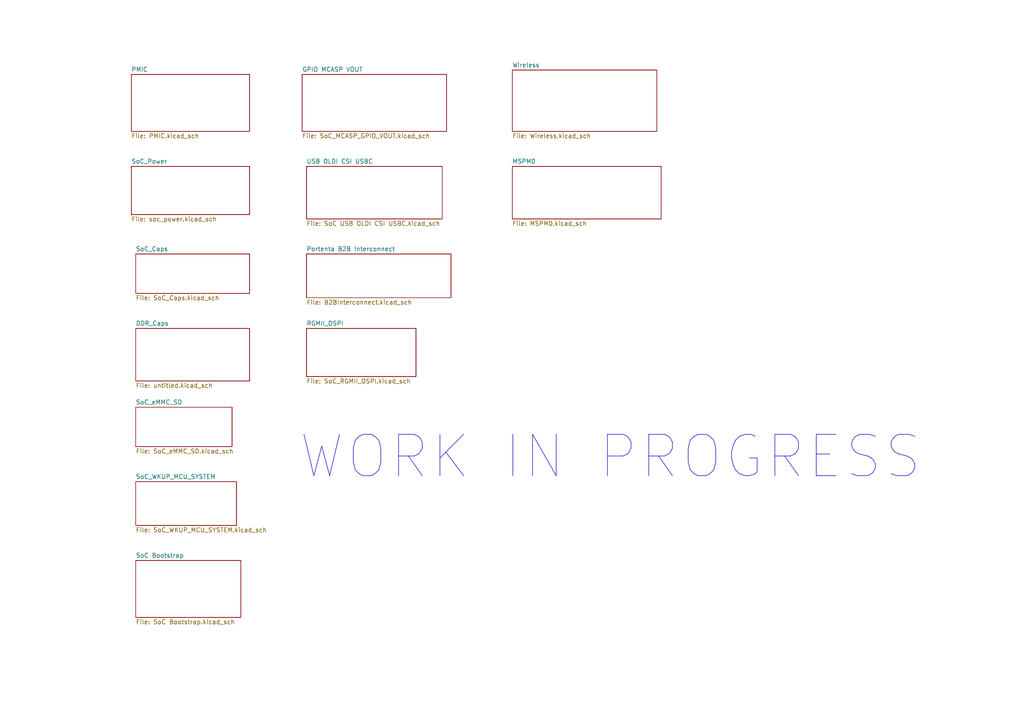
<source format=kicad_sch>
(kicad_sch (version 20230121) (generator eeschema)
  (paper "A4")
  (title_block (title "TI Ember AM62 SiP Concept") (date "2023-06-09") (rev "Rev 0") (company "Andrei Aldea - Texas Instruments"))
  (lib_symbols)
  (text "WORK IN PROGRESS\n" (at 86.36 139.7 0) (effects (font (size 12 12)) (justify left bottom)))
  (sheet (at 87.63 21.59) (size 41.91 16.51) (stroke (width 0.1524))
    (property "Sheetname" "GPIO MCASP VOUT" (at 87.63 20.8784 0) (effects (justify left bottom)))
    (property "Sheetfile" "SoC_MCASP_GPIO_VOUT.kicad_sch" (at 87.63 38.6846 0) (effects (justify left top)))
  )
  (sheet (at 88.9 73.66) (size 41.91 12.7) (stroke (width 0.1524))
    (property "Sheetname" "Portenta B2B Interconnect" (at 88.9 72.9484 0) (effects (justify left bottom)))
    (property "Sheetfile" "B2BInterconnect.kicad_sch" (at 88.9 86.9446 0) (effects (justify left top)))
  )
  (sheet (at 38.1 21.59) (size 34.29 16.51) (stroke (width 0.1524))
    (property "Sheetname" "PMIC" (at 38.1 20.8784 0) (effects (justify left bottom)))
    (property "Sheetfile" "PMIC.kicad_sch" (at 38.1 38.6846 0) (effects (justify left top)))
  )
  (sheet (at 88.9 48.26) (size 39.37 15.24) (stroke (width 0.1524))
    (property "Sheetname" "USB OLDI CSI USBC" (at 88.9 47.5484 0) (effects (justify left bottom)))
    (property "Sheetfile" "SoC USB OLDI CSI USBC.kicad_sch" (at 88.9 64.0846 0) (effects (justify left top)))
  )
  (sheet (at 38.1 48.26) (size 34.29 13.97) (stroke (width 0.1524))
    (property "Sheetname" "SoC_Power" (at 38.1 47.5484 0) (effects (justify left bottom)))
    (property "Sheetfile" "soc_power.kicad_sch" (at 38.1 62.8146 0) (effects (justify left top)))
  )
  (sheet (at 39.37 139.7) (size 29.21 12.7) (stroke (width 0.1524))
    (property "Sheetname" "SoC_WKUP_MCU_SYSTEM" (at 39.37 138.9884 0) (effects (justify left bottom)))
    (property "Sheetfile" "SoC_WKUP_MCU_SYSTEM.kicad_sch" (at 39.37 152.9846 0) (effects (justify left top)))
  )
  (sheet (at 39.37 162.56) (size 30.48 16.51) (stroke (width 0.1524))
    (property "Sheetname" "SoC Bootstrap" (at 39.37 161.8484 0) (effects (justify left bottom)))
    (property "Sheetfile" "SoC Bootstrap.kicad_sch" (at 39.37 179.6546 0) (effects (justify left top)))
  )
  (sheet (at 88.9 95.25) (size 31.75 13.97) (stroke (width 0.1524))
    (property "Sheetname" "RGMII_OSPI" (at 88.9 94.5384 0) (effects (justify left bottom)))
    (property "Sheetfile" "SoC_RGMII_OSPI.kicad_sch" (at 88.9 109.8046 0) (effects (justify left top)))
  )
  (sheet (at 39.37 73.66) (size 33.02 11.43) (stroke (width 0.1524))
    (property "Sheetname" "SoC_Caps" (at 39.37 72.9484 0) (effects (justify left bottom)))
    (property "Sheetfile" "SoC_Caps.kicad_sch" (at 39.37 85.6746 0) (effects (justify left top)))
  )
  (sheet (at 148.59 20.32) (size 41.91 17.78) (stroke (width 0.1524))
    (property "Sheetname" "Wireless" (at 148.59 19.6084 0) (effects (justify left bottom)))
    (property "Sheetfile" "Wireless.kicad_sch" (at 148.59 38.6846 0) (effects (justify left top)))
  )
  (sheet (at 39.37 95.25) (size 33.02 15.24) (stroke (width 0.1524))
    (property "Sheetname" "DDR_Caps" (at 39.37 94.5384 0) (effects (justify left bottom)))
    (property "Sheetfile" "untitled.kicad_sch" (at 39.37 111.0746 0) (effects (justify left top)))
  )
  (sheet (at 39.37 118.11) (size 27.94 11.43) (stroke (width 0.1524))
    (property "Sheetname" "SoC_eMMC_SD" (at 39.37 117.3984 0) (effects (justify left bottom)))
    (property "Sheetfile" "SoC_eMMC_SD.kicad_sch" (at 39.37 130.1246 0) (effects (justify left top)))
  )
  (sheet (at 148.59 48.26) (size 43.18 15.24) (stroke (width 0.1524))
    (property "Sheetname" "MSPM0" (at 148.59 47.5484 0) (effects (justify left bottom)))
    (property "Sheetfile" "MSPM0.kicad_sch" (at 148.59 64.0846 0) (effects (justify left top)))
  )
)
</source>
